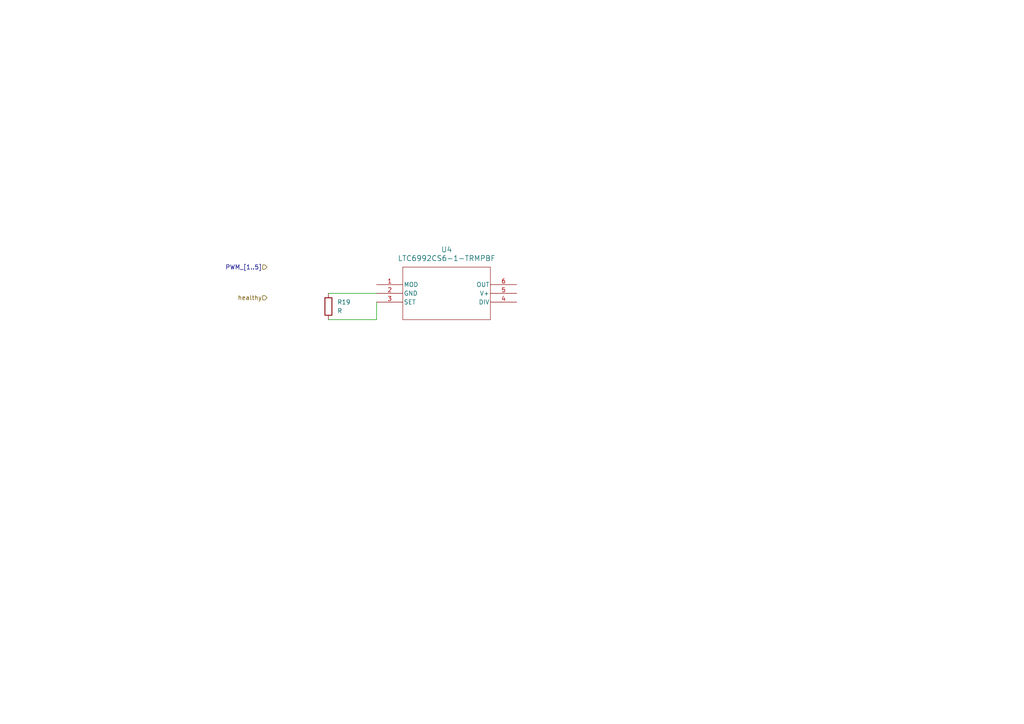
<source format=kicad_sch>
(kicad_sch (version 20250114) (generator "eeschema") (generator_version "9.0")
  (paper "A4")
  (lib_symbols
    (symbol "Device:R" (pin_numbers (hide yes)) (pin_names (offset 0))
      (property "Reference" "R" (at 2.032 0 90))
      (property "Value" "R" (at 0 0 90))
      (symbol "R_0_1"
        (rectangle (start -1.016 -2.54) (end 1.016 2.54) (stroke (width 0.254)))
      )
      (symbol "R_1_1"
        (pin passive line (at 0 3.81 270) (length 1.27) (name "~") (number "1"))
        (pin passive line (at 0 -3.81 90) (length 1.27) (name "~") (number "2"))
      )
    )
    (symbol "LTC6992CS6-1:LTC6992CS6-1-TRMPBF" (pin_names (offset 0.254))
      (property "Reference" "U" (at 20.32 10.16 0))
      (property "Value" "LTC6992CS6-1-TRMPBF" (at 20.32 7.62 0))
      (symbol "LTC6992CS6-1-TRMPBF_0_1"
        (polyline (pts (xy 7.62 5.08) (xy 7.62 -10.16)) (stroke (width 0.127)))
        (polyline (pts (xy 7.62 -10.16) (xy 33.02 -10.16)) (stroke (width 0.127)))
        (polyline (pts (xy 33.02 5.08) (xy 7.62 5.08)) (stroke (width 0.127)))
        (polyline (pts (xy 33.02 -10.16) (xy 33.02 5.08)) (stroke (width 0.127)))
        (pin input line (at 0 0 0) (length 7.62) (name "MOD") (number "1"))
        (pin power_out line (at 0 -2.54 0) (length 7.62) (name "GND") (number "2"))
        (pin input line (at 0 -5.08 0) (length 7.62) (name "SET") (number "3"))
        (pin output line (at 40.64 0 180) (length 7.62) (name "OUT") (number "6"))
        (pin power_in line (at 40.64 -2.54 180) (length 7.62) (name "V+") (number "5"))
        (pin input line (at 40.64 -5.08 180) (length 7.62) (name "DIV") (number "4"))
      )
    )
  )
  (wire (pts (xy 109.22 87.63) (xy 109.22 92.71)))
  (wire (pts (xy 95.25 85.09) (xy 109.22 85.09)))
  (wire (pts (xy 109.22 92.71) (xy 95.25 92.71)))
  (hierarchical_label "healthy" (shape input) (at 77.47 86.36 180))
  (hierarchical_label "PWM_[1..5]" (shape input) (at 77.47 77.47 180))
  (symbol (lib_id "Device:R") (at 95.25 88.9 0) (unit 1)
    (property "Reference" "R19" (at 97.79 87.6299 0) (effects (justify left)))
    (property "Value" "R" (at 97.79 90.1699 0) (effects (justify left)))
    (property "Description" "Resistor" (effects (hide yes)))
  )
  (symbol (lib_id "LTC6992CS6-1:LTC6992CS6-1-TRMPBF") (at 109.22 82.55 0) (unit 1)
    (property "Reference" "U4" (at 129.54 72.39 0) (effects (font (size 1.524 1.524))))
    (property "Value" "LTC6992CS6-1-TRMPBF" (at 129.54 74.93 0) (effects (font (size 1.524 1.524))))
    (property "Footprint" "05-08-1636_ADI" (effects (hide yes)))
    (property "Datasheet" "LTC6992CS6-1-TRMPBF" (effects (hide yes)))
  )
)
</source>
